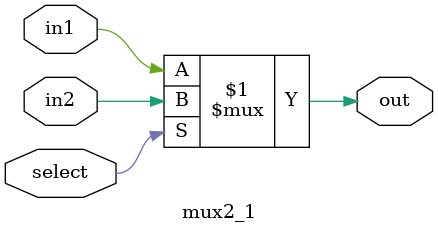
<source format=v>
module mux2_1(in1, in2, select, out);

input in1, in2, select;
output out;
assign out = select ? in2 : in1;
endmodule 

</source>
